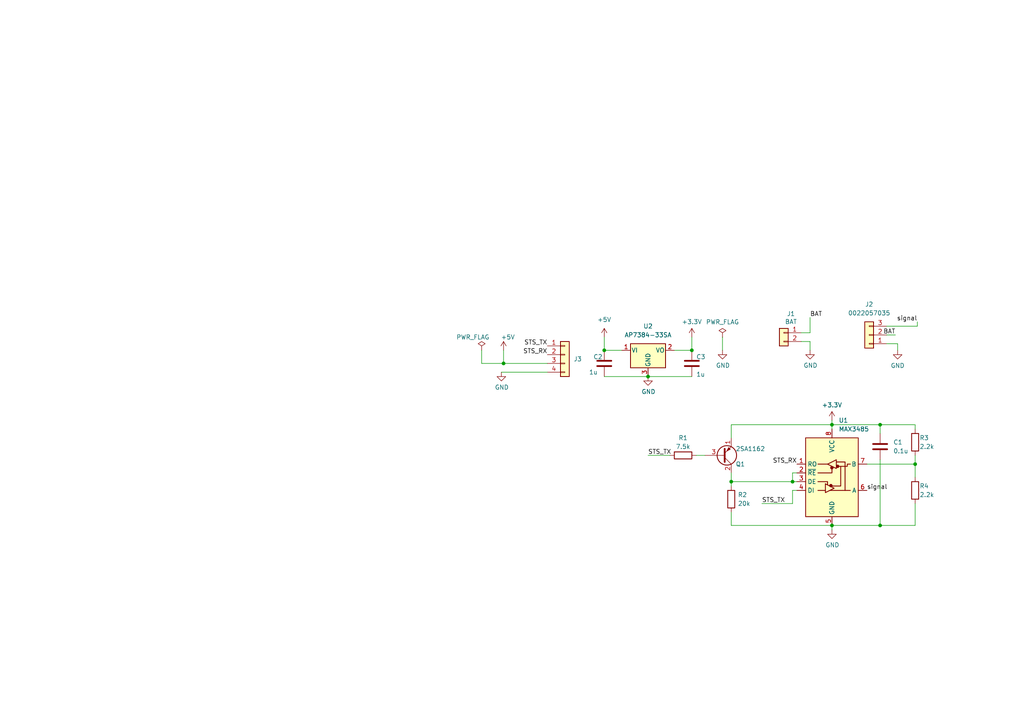
<source format=kicad_sch>
(kicad_sch (version 20230121) (generator eeschema)
  (paper "A4")
  (lib_symbols
    (symbol "Connector_Generic:Conn_01x02" (pin_names (offset 1.016) hide)
      (property "Reference" "J" (at 0 2.54 0))
      (property "Value" "Conn_01x02" (at 0 -5.08 0))
      (symbol "Conn_01x02_1_1"
        (rectangle (start -1.27 -2.413) (end 0 -2.667) (stroke (width 0.1524)))
        (rectangle (start -1.27 0.127) (end 0 -0.127) (stroke (width 0.1524)))
        (rectangle (start -1.27 1.27) (end 1.27 -3.81) (stroke (width 0.254)) (fill (type background)))
        (pin passive line (at -5.08 0 0) (length 3.81) (name "Pin_1") (number "1"))
        (pin passive line (at -5.08 -2.54 0) (length 3.81) (name "Pin_2") (number "2"))
      )
    )
    (symbol "Connector_Generic:Conn_01x03" (pin_names (offset 1.016) hide)
      (property "Reference" "J" (at 0 5.08 0))
      (property "Value" "Conn_01x03" (at 0 -5.08 0))
      (symbol "Conn_01x03_1_1"
        (rectangle (start -1.27 -2.413) (end 0 -2.667) (stroke (width 0.1524)))
        (rectangle (start -1.27 0.127) (end 0 -0.127) (stroke (width 0.1524)))
        (rectangle (start -1.27 2.667) (end 0 2.413) (stroke (width 0.1524)))
        (rectangle (start -1.27 3.81) (end 1.27 -3.81) (stroke (width 0.254)) (fill (type background)))
        (pin passive line (at -5.08 2.54 0) (length 3.81) (name "Pin_1") (number "1"))
        (pin passive line (at -5.08 0 0) (length 3.81) (name "Pin_2") (number "2"))
        (pin passive line (at -5.08 -2.54 0) (length 3.81) (name "Pin_3") (number "3"))
      )
    )
    (symbol "Connector_Generic:Conn_01x04" (pin_names (offset 1.016) hide)
      (property "Reference" "J" (at 0 5.08 0))
      (property "Value" "Conn_01x04" (at 0 -7.62 0))
      (symbol "Conn_01x04_1_1"
        (rectangle (start -1.27 -4.953) (end 0 -5.207) (stroke (width 0.1524)))
        (rectangle (start -1.27 -2.413) (end 0 -2.667) (stroke (width 0.1524)))
        (rectangle (start -1.27 0.127) (end 0 -0.127) (stroke (width 0.1524)))
        (rectangle (start -1.27 2.667) (end 0 2.413) (stroke (width 0.1524)))
        (rectangle (start -1.27 3.81) (end 1.27 -6.35) (stroke (width 0.254)) (fill (type background)))
        (pin passive line (at -5.08 2.54 0) (length 3.81) (name "Pin_1") (number "1"))
        (pin passive line (at -5.08 0 0) (length 3.81) (name "Pin_2") (number "2"))
        (pin passive line (at -5.08 -2.54 0) (length 3.81) (name "Pin_3") (number "3"))
        (pin passive line (at -5.08 -5.08 0) (length 3.81) (name "Pin_4") (number "4"))
      )
    )
    (symbol "Device:C" (pin_numbers hide) (pin_names (offset 0.254))
      (property "Reference" "C" (at 0.635 2.54 0))
      (property "Value" "C" (at 0.635 -2.54 0))
      (symbol "C_0_1"
        (polyline (pts (xy -2.032 -0.762) (xy 2.032 -0.762)) (stroke (width 0.508)))
        (polyline (pts (xy -2.032 0.762) (xy 2.032 0.762)) (stroke (width 0.508)))
      )
      (symbol "C_1_1"
        (pin passive line (at 0 3.81 270) (length 2.794) (name "~") (number "1"))
        (pin passive line (at 0 -3.81 90) (length 2.794) (name "~") (number "2"))
      )
    )
    (symbol "Device:R" (pin_numbers hide) (pin_names (offset 0))
      (property "Reference" "R" (at 2.032 0 90))
      (property "Value" "R" (at 0 0 90))
      (symbol "R_0_1"
        (rectangle (start -1.016 -2.54) (end 1.016 2.54) (stroke (width 0.254)))
      )
      (symbol "R_1_1"
        (pin passive line (at 0 3.81 270) (length 1.27) (name "~") (number "1"))
        (pin passive line (at 0 -3.81 90) (length 1.27) (name "~") (number "2"))
      )
    )
    (symbol "Interface_UART:MAX3485"
      (property "Reference" "U" (at -6.096 11.43 0))
      (property "Value" "MAX3485" (at 0.762 11.43 0))
      (symbol "MAX3485_0_1"
        (rectangle (start -7.62 10.16) (end 7.62 -12.7) (stroke (width 0.254)) (fill (type background)))
        (circle (center -0.3048 -3.683) (radius 0.3556) (stroke (width 0.254)) (fill (type outline)))
        (circle (center -0.0254 1.4986) (radius 0.3556) (stroke (width 0.254)) (fill (type outline)))
        (polyline (pts (xy -4.064 -5.08) (xy -1.905 -5.08)) (stroke (width 0.254)))
        (polyline (pts (xy -4.064 2.54) (xy -1.27 2.54)) (stroke (width 0.254)))
        (polyline (pts (xy -1.27 -3.2004) (xy -1.27 -3.4544)) (stroke (width 0.254)))
        (polyline (pts (xy -0.635 -5.08) (xy 5.334 -5.08)) (stroke (width 0.254)))
        (polyline (pts (xy -4.064 -2.54) (xy -1.27 -2.54) (xy -1.27 -3.175)) (stroke (width 0.254)))
        (polyline (pts (xy 0 1.27) (xy 0 0) (xy -4.064 0)) (stroke (width 0.254)))
        (polyline (pts (xy 1.27 3.175) (xy 3.81 3.175) (xy 3.81 -5.08)) (stroke (width 0.254)))
        (polyline (pts (xy 2.54 1.905) (xy 2.54 -3.81) (xy 0 -3.81)) (stroke (width 0.254)))
        (polyline (pts (xy -1.905 -3.175) (xy -1.905 -5.715) (xy 0.635 -4.445) (xy -1.905 -3.175)) (stroke (width 0.254)))
        (polyline (pts (xy -1.27 2.54) (xy 1.27 3.81) (xy 1.27 1.27) (xy -1.27 2.54)) (stroke (width 0.254)))
        (polyline (pts (xy 1.905 1.905) (xy 4.445 1.905) (xy 4.445 2.54) (xy 5.334 2.54)) (stroke (width 0.254)))
        (rectangle (start 1.27 3.175) (end 1.27 3.175))
        (circle (center 1.651 1.905) (radius 0.3556) (stroke (width 0.254)) (fill (type outline)))
      )
      (symbol "MAX3485_1_1"
        (pin output line (at -10.16 2.54 0) (length 2.54) (name "RO") (number "1"))
        (pin input line (at -10.16 0 0) (length 2.54) (name "~{RE}") (number "2"))
        (pin input line (at -10.16 -2.54 0) (length 2.54) (name "DE") (number "3"))
        (pin input line (at -10.16 -5.08 0) (length 2.54) (name "DI") (number "4"))
        (pin power_in line (at 0 -15.24 90) (length 2.54) (name "GND") (number "5"))
        (pin bidirectional line (at 10.16 -5.08 180) (length 2.54) (name "A") (number "6"))
        (pin bidirectional line (at 10.16 2.54 180) (length 2.54) (name "B") (number "7"))
        (pin power_in line (at 0 12.7 270) (length 2.54) (name "VCC") (number "8"))
      )
    )
    (symbol "Regulator_Linear:AP7384-33SA" (pin_names (offset 0.254))
      (property "Reference" "U" (at -3.81 3.175 0))
      (property "Value" "AP7384-33SA" (at 0 3.175 0))
      (symbol "AP7384-33SA_0_1"
        (rectangle (start -5.08 1.905) (end 5.08 -5.08) (stroke (width 0.254)) (fill (type background)))
      )
      (symbol "AP7384-33SA_1_1"
        (pin power_in line (at -7.62 0 0) (length 2.54) (name "VI") (number "1"))
        (pin power_out line (at 7.62 0 180) (length 2.54) (name "VO") (number "2"))
        (pin power_in line (at 0 -7.62 90) (length 2.54) (name "GND") (number "3"))
      )
    )
    (symbol "Transistor_BJT:2SA1015" (pin_names (offset 0) hide)
      (property "Reference" "Q" (at 5.08 1.905 0))
      (property "Value" "2SA1015" (at 5.08 0 0))
      (symbol "2SA1015_0_1"
        (polyline (pts (xy 0 0) (xy 0.635 0)))
        (polyline (pts (xy 2.54 -2.54) (xy 0.635 -0.635)))
        (polyline (pts (xy 2.54 2.54) (xy 0.635 0.635)))
        (polyline (pts (xy 0.635 1.905) (xy 0.635 -1.905) (xy 0.635 -1.905)) (stroke (width 0.508)) (fill (type outline)))
        (polyline (pts (xy 1.778 -2.286) (xy 2.286 -1.778) (xy 1.27 -1.27) (xy 1.778 -2.286) (xy 1.778 -2.286)) (fill (type outline)))
        (circle (center 1.27 0) (radius 2.8194) (stroke (width 0.254)))
      )
      (symbol "2SA1015_1_1"
        (pin passive line (at 2.54 -5.08 90) (length 2.54) (name "E") (number "1"))
        (pin passive line (at 2.54 5.08 270) (length 2.54) (name "C") (number "2"))
        (pin input line (at -5.08 0 0) (length 5.08) (name "B") (number "3"))
      )
    )
    (symbol "power:+3.3V" (power) (pin_names (offset 0))
      (property "Value" "+3.3V" (at 0 3.556 0))
      (symbol "+3.3V_0_1"
        (polyline (pts (xy -0.762 1.27) (xy 0 2.54)))
        (polyline (pts (xy 0 0) (xy 0 2.54)))
        (polyline (pts (xy 0 2.54) (xy 0.762 1.27)))
      )
      (symbol "+3.3V_1_1"
        (pin power_in line (at 0 0 90) (length 0) hide (name "+3.3V") (number "1"))
      )
    )
    (symbol "power:+5V" (power) (pin_names (offset 0))
      (property "Value" "+5V" (at 0 3.556 0))
      (symbol "+5V_0_1"
        (polyline (pts (xy -0.762 1.27) (xy 0 2.54)))
        (polyline (pts (xy 0 0) (xy 0 2.54)))
        (polyline (pts (xy 0 2.54) (xy 0.762 1.27)))
      )
      (symbol "+5V_1_1"
        (pin power_in line (at 0 0 90) (length 0) hide (name "+5V") (number "1"))
      )
    )
    (symbol "power:GND" (power) (pin_names (offset 0))
      (property "Value" "GND" (at 0 -3.81 0))
      (symbol "GND_0_1"
        (polyline (pts (xy 0 0) (xy 0 -1.27) (xy 1.27 -1.27) (xy 0 -2.54) (xy -1.27 -1.27) (xy 0 -1.27)))
      )
      (symbol "GND_1_1"
        (pin power_in line (at 0 0 270) (length 0) hide (name "GND") (number "1"))
      )
    )
    (symbol "power:PWR_FLAG" (power) (pin_numbers hide) (pin_names (offset 0) hide)
      (property "Value" "PWR_FLAG" (at 0 3.81 0))
      (symbol "PWR_FLAG_0_0"
        (pin power_out line (at 0 0 90) (length 0) (name "pwr") (number "1"))
      )
      (symbol "PWR_FLAG_0_1"
        (polyline (pts (xy 0 0) (xy 0 1.27) (xy -1.016 1.905) (xy 0 2.54) (xy 1.016 1.905) (xy 0 1.27)))
      )
    )
  )
  (junction (at 255.27 123.19))
  (junction (at 241.3 123.19))
  (junction (at 255.27 152.4))
  (junction (at 241.3 152.4))
  (junction (at 212.09 139.7))
  (junction (at 200.66 101.6))
  (junction (at 175.26 101.6))
  (junction (at 265.43 134.62))
  (junction (at 229.87 139.7))
  (junction (at 187.96 109.22))
  (junction (at 146.05 105.41))
  (wire (pts (xy 260.35 99.695) (xy 260.35 101.6)))
  (wire (pts (xy 241.3 123.19) (xy 241.3 124.46)))
  (wire (pts (xy 251.46 134.62) (xy 265.43 134.62)))
  (wire (pts (xy 241.3 152.4) (xy 241.3 153.67)))
  (wire (pts (xy 234.95 99.06) (xy 234.95 101.6)))
  (wire (pts (xy 257.175 97.155) (xy 259.715 97.155)))
  (wire (pts (xy 201.93 132.08) (xy 204.47 132.08)))
  (wire (pts (xy 175.26 109.22) (xy 187.96 109.22)))
  (wire (pts (xy 265.43 134.62) (xy 265.43 138.43)))
  (wire (pts (xy 265.43 146.05) (xy 265.43 152.4)))
  (wire (pts (xy 187.96 109.22) (xy 200.66 109.22)))
  (wire (pts (xy 241.3 123.19) (xy 212.09 123.19)))
  (wire (pts (xy 175.26 97.79) (xy 175.26 101.6)))
  (wire (pts (xy 241.3 123.19) (xy 255.27 123.19)))
  (wire (pts (xy 212.09 152.4) (xy 241.3 152.4)))
  (wire (pts (xy 257.175 94.615) (xy 266.065 94.615)))
  (wire (pts (xy 232.41 99.06) (xy 234.95 99.06)))
  (wire (pts (xy 146.05 101.6) (xy 146.05 105.41)))
  (wire (pts (xy 175.26 101.6) (xy 180.34 101.6)))
  (wire (pts (xy 231.14 137.16) (xy 229.87 137.16)))
  (wire (pts (xy 255.27 152.4) (xy 265.43 152.4)))
  (wire (pts (xy 241.3 152.4) (xy 255.27 152.4)))
  (wire (pts (xy 255.27 123.19) (xy 255.27 125.73)))
  (wire (pts (xy 187.96 132.08) (xy 194.31 132.08)))
  (wire (pts (xy 146.05 105.41) (xy 158.75 105.41)))
  (wire (pts (xy 195.58 101.6) (xy 200.66 101.6)))
  (wire (pts (xy 241.3 121.92) (xy 241.3 123.19)))
  (wire (pts (xy 139.7 101.6) (xy 139.7 105.41)))
  (wire (pts (xy 266.065 94.615) (xy 266.065 93.345)))
  (wire (pts (xy 229.87 139.7) (xy 231.14 139.7)))
  (wire (pts (xy 212.09 148.59) (xy 212.09 152.4)))
  (wire (pts (xy 212.09 139.7) (xy 229.87 139.7)))
  (wire (pts (xy 232.41 96.52) (xy 234.95 96.52)))
  (wire (pts (xy 200.66 97.79) (xy 200.66 101.6)))
  (wire (pts (xy 145.415 107.95) (xy 158.75 107.95)))
  (wire (pts (xy 220.98 146.05) (xy 229.87 146.05)))
  (wire (pts (xy 212.09 139.7) (xy 212.09 140.97)))
  (wire (pts (xy 229.87 142.24) (xy 231.14 142.24)))
  (wire (pts (xy 229.87 137.16) (xy 229.87 139.7)))
  (wire (pts (xy 257.175 99.695) (xy 260.35 99.695)))
  (wire (pts (xy 255.27 133.35) (xy 255.27 152.4)))
  (wire (pts (xy 209.55 97.79) (xy 209.55 101.6)))
  (wire (pts (xy 212.09 137.16) (xy 212.09 139.7)))
  (wire (pts (xy 255.27 123.19) (xy 265.43 123.19)))
  (wire (pts (xy 265.43 132.08) (xy 265.43 134.62)))
  (wire (pts (xy 234.95 92.075) (xy 234.95 96.52)))
  (wire (pts (xy 139.7 105.41) (xy 146.05 105.41)))
  (wire (pts (xy 212.09 123.19) (xy 212.09 127)))
  (wire (pts (xy 229.87 146.05) (xy 229.87 142.24)))
  (wire (pts (xy 265.43 123.19) (xy 265.43 124.46)))
  (label "STS_RX" (at 158.75 102.87 180))
  (label "BAT" (at 259.715 97.155 180))
  (label "STS_RX" (at 231.14 134.62 180))
  (label "signal" (at 266.065 93.345 180))
  (label "STS_TX" (at 220.98 146.05 0))
  (label "signal" (at 251.46 142.24 0))
  (label "STS_TX" (at 187.96 132.08 0))
  (label "BAT" (at 234.95 92.075 0))
  (label "STS_TX" (at 158.75 100.33 180))
  (symbol (lib_id "power:+3.3V") (at 200.66 97.79 0) (unit 1)
    (property "Reference" "#PWR01" (effects hide))
    (property "Value" "+3.3V" (at 200.66 93.345 0))
  )
  (symbol (lib_id "Regulator_Linear:AP7384-33SA") (at 187.96 101.6 0) (unit 1)
    (property "Reference" "U2" (at 187.96 94.615 0))
    (property "Value" "AP7384-33SA" (at 187.96 97.155 0))
    (property "Footprint" "Package_TO_SOT_SMD:SOT-23" (effects hide))
    (property "Datasheet" "https://www.diodes.com/assets/Datasheets/AP7384.pdf" (effects hide))
  )
  (symbol (lib_id "power:GND") (at 241.3 153.67 0) (unit 1)
    (property "Reference" "#PWR02" (effects hide))
    (property "Value" "GND" (at 241.427 158.0642 0))
  )
  (symbol (lib_id "Device:C") (at 175.26 105.41 0) (unit 1)
    (property "Reference" "C2" (at 172.085 103.505 0) (effects (justify left)))
    (property "Value" "1u" (at 170.815 107.95 0) (effects (justify left)))
    (property "Footprint" "Capacitor_SMD:C_0603_1608Metric_Pad1.08x0.95mm_HandSolder" (effects hide))
  )
  (symbol (lib_id "Transistor_BJT:2SA1015") (at 209.55 132.08 0) (mirror x) (unit 1)
    (property "Reference" "Q1" (at 213.36 134.62 0) (effects (justify left)))
    (property "Value" "2SA1162" (at 213.36 130.175 0) (effects (justify left)))
    (property "Footprint" "Package_TO_SOT_SMD:SC-59_Handsoldering" (effects hide))
  )
  (symbol (lib_id "Device:C") (at 200.66 105.41 0) (unit 1)
    (property "Reference" "C3" (at 201.93 103.505 0) (effects (justify left)))
    (property "Value" "1u" (at 201.93 108.585 0) (effects (justify left)))
    (property "Footprint" "Capacitor_SMD:C_0603_1608Metric_Pad1.08x0.95mm_HandSolder" (effects hide))
  )
  (symbol (lib_id "Device:R") (at 212.09 144.78 180) (unit 1)
    (property "Reference" "R2" (at 213.995 143.51 0) (effects (justify right)))
    (property "Value" "20k" (at 213.995 146.05 0) (effects (justify right)))
    (property "Footprint" "Resistor_SMD:R_0603_1608Metric_Pad0.98x0.95mm_HandSolder" (effects hide))
  )
  (symbol (lib_id "power:GND") (at 187.96 109.22 0) (unit 1)
    (property "Reference" "#PWR07" (effects hide))
    (property "Value" "GND" (at 188.087 113.6142 0))
  )
  (symbol (lib_id "power:GND") (at 145.415 107.95 0) (unit 1)
    (property "Reference" "#PWR06" (effects hide))
    (property "Value" "GND" (at 145.542 112.3442 0))
  )
  (symbol (lib_id "Device:R") (at 198.12 132.08 90) (unit 1)
    (property "Reference" "R1" (at 198.12 127 90))
    (property "Value" "7.5k" (at 198.12 129.54 90))
    (property "Footprint" "Resistor_SMD:R_0603_1608Metric_Pad0.98x0.95mm_HandSolder" (effects hide))
  )
  (symbol (lib_id "Interface_UART:MAX3485") (at 241.3 137.16 0) (unit 1)
    (property "Reference" "U1" (at 243.2559 121.92 0) (effects (justify left)))
    (property "Value" "MAX3485" (at 243.2559 124.46 0) (effects (justify left)))
    (property "Footprint" "Package_SO:SOP-8_5.28x5.23mm_P1.27mm" (effects hide))
    (property "Datasheet" "https://datasheets.maximintegrated.com/en/ds/MAX3483-MAX3491.pdf" (effects hide))
  )
  (symbol (lib_id "power:+5V") (at 146.05 101.6 0) (unit 1)
    (property "Reference" "#PWR010" (effects hide))
    (property "Value" "+5V" (at 147.32 97.79 0))
  )
  (symbol (lib_id "power:PWR_FLAG") (at 139.7 101.6 0) (unit 1)
    (property "Reference" "#FLG02" (effects hide))
    (property "Value" "PWR_FLAG" (at 137.16 97.79 0))
  )
  (symbol (lib_id "power:GND") (at 260.35 101.6 0) (unit 1)
    (property "Reference" "#PWR05" (effects hide))
    (property "Value" "GND" (at 260.35 106.045 0))
  )
  (symbol (lib_id "Device:R") (at 265.43 128.27 180) (unit 1)
    (property "Reference" "R3" (at 266.7 127 0) (effects (justify right)))
    (property "Value" "2.2k" (at 266.7 129.54 0) (effects (justify right)))
    (property "Footprint" "Resistor_SMD:R_0603_1608Metric_Pad0.98x0.95mm_HandSolder" (effects hide))
  )
  (symbol (lib_id "power:+5V") (at 175.26 97.79 0) (unit 1)
    (property "Reference" "#PWR09" (effects hide))
    (property "Value" "+5V" (at 175.26 92.71 0))
  )
  (symbol (lib_id "Connector_Generic:Conn_01x02") (at 227.33 96.52 0) (mirror y) (unit 1)
    (property "Reference" "J1" (at 229.4128 91.0082 0))
    (property "Value" "BAT" (at 229.4128 93.3196 0))
    (property "Footprint" "Connector_JST:JST_XH_S2B-XH-A_1x02_P2.50mm_Horizontal" (effects hide))
    (property "URL" "https://akizukidenshi.com/catalog/g/gC-12802/" (effects hide))
  )
  (symbol (lib_id "Device:C") (at 255.27 129.54 0) (unit 1)
    (property "Reference" "C1" (at 259.08 128.27 0) (effects (justify left)))
    (property "Value" "0.1u" (at 259.08 130.81 0) (effects (justify left)))
    (property "Footprint" "Capacitor_SMD:C_0603_1608Metric_Pad1.08x0.95mm_HandSolder" (effects hide))
  )
  (symbol (lib_id "Connector_Generic:Conn_01x03") (at 252.095 97.155 180) (unit 1)
    (property "Reference" "J2" (at 252.095 88.265 0))
    (property "Value" "0022057035" (at 252.095 90.805 0))
    (property "Footprint" "Connector_Molex:Molex_SPOX_5268-03A_1x03_P2.50mm_Horizontal" (effects hide))
  )
  (symbol (lib_id "power:GND") (at 209.55 101.6 0) (unit 1)
    (property "Reference" "#PWR03" (effects hide))
    (property "Value" "GND" (at 209.677 105.9942 0))
  )
  (symbol (lib_id "power:GND") (at 234.95 101.6 0) (unit 1)
    (property "Reference" "#PWR04" (effects hide))
    (property "Value" "GND" (at 235.077 105.9942 0))
  )
  (symbol (lib_id "power:PWR_FLAG") (at 209.55 97.79 0) (unit 1)
    (property "Reference" "#FLG01" (effects hide))
    (property "Value" "PWR_FLAG" (at 209.55 93.3958 0))
  )
  (symbol (lib_id "Device:R") (at 265.43 142.24 180) (unit 1)
    (property "Reference" "R4" (at 266.7 140.97 0) (effects (justify right)))
    (property "Value" "2.2k" (at 266.7 143.51 0) (effects (justify right)))
    (property "Footprint" "Resistor_SMD:R_0603_1608Metric_Pad0.98x0.95mm_HandSolder" (effects hide))
  )
  (symbol (lib_id "Connector_Generic:Conn_01x04") (at 163.83 102.87 0) (unit 1)
    (property "Reference" "J3" (at 166.37 104.14 0) (effects (justify left)))
    (property "Value" "Conn_01x04" (effects hide))
    (property "Footprint" "Connector_JST:JST_PH_S4B-PH-K_1x04_P2.00mm_Horizontal" (effects hide))
  )
  (symbol (lib_id "power:+3.3V") (at 241.3 121.92 0) (unit 1)
    (property "Reference" "#PWR08" (effects hide))
    (property "Value" "+3.3V" (at 241.3 117.475 0))
  )
)
</source>
